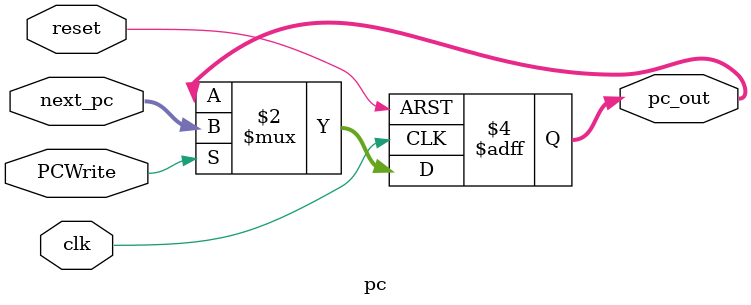
<source format=v>
`timescale 1ns / 1ps

module pc (
    input        clk,
    input        reset,
    input        PCWrite,         // enable
    input  [31:0] next_pc,
    output reg [31:0] pc_out
);

  always @(posedge clk or posedge reset) begin
    if (reset)
      pc_out <= 32'd0;           // ì´ê¸°ê°? 0ë²? ì£¼ì
    else if (PCWrite)
      pc_out <= next_pc;         // enable ?  ?ë§? update
  end

endmodule
</source>
